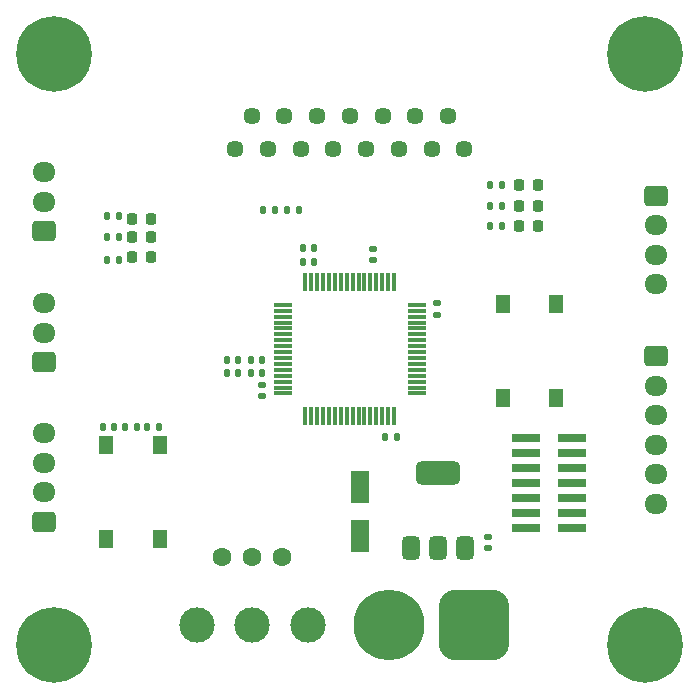
<source format=gbr>
%TF.GenerationSoftware,KiCad,Pcbnew,8.0.0*%
%TF.CreationDate,2024-10-22T21:16:36+02:00*%
%TF.ProjectId,ProjetCorps,50726f6a-6574-4436-9f72-70732e6b6963,rev?*%
%TF.SameCoordinates,Original*%
%TF.FileFunction,Soldermask,Top*%
%TF.FilePolarity,Negative*%
%FSLAX46Y46*%
G04 Gerber Fmt 4.6, Leading zero omitted, Abs format (unit mm)*
G04 Created by KiCad (PCBNEW 8.0.0) date 2024-10-22 21:16:36*
%MOMM*%
%LPD*%
G01*
G04 APERTURE LIST*
G04 Aperture macros list*
%AMRoundRect*
0 Rectangle with rounded corners*
0 $1 Rounding radius*
0 $2 $3 $4 $5 $6 $7 $8 $9 X,Y pos of 4 corners*
0 Add a 4 corners polygon primitive as box body*
4,1,4,$2,$3,$4,$5,$6,$7,$8,$9,$2,$3,0*
0 Add four circle primitives for the rounded corners*
1,1,$1+$1,$2,$3*
1,1,$1+$1,$4,$5*
1,1,$1+$1,$6,$7*
1,1,$1+$1,$8,$9*
0 Add four rect primitives between the rounded corners*
20,1,$1+$1,$2,$3,$4,$5,0*
20,1,$1+$1,$4,$5,$6,$7,0*
20,1,$1+$1,$6,$7,$8,$9,0*
20,1,$1+$1,$8,$9,$2,$3,0*%
G04 Aperture macros list end*
%ADD10RoundRect,0.375000X0.375000X-0.625000X0.375000X0.625000X-0.375000X0.625000X-0.375000X-0.625000X0*%
%ADD11RoundRect,0.500000X1.400000X-0.500000X1.400000X0.500000X-1.400000X0.500000X-1.400000X-0.500000X0*%
%ADD12RoundRect,0.140000X-0.140000X-0.170000X0.140000X-0.170000X0.140000X0.170000X-0.140000X0.170000X0*%
%ADD13RoundRect,0.140000X0.140000X0.170000X-0.140000X0.170000X-0.140000X-0.170000X0.140000X-0.170000X0*%
%ADD14RoundRect,0.135000X-0.135000X-0.185000X0.135000X-0.185000X0.135000X0.185000X-0.135000X0.185000X0*%
%ADD15RoundRect,0.140000X0.170000X-0.140000X0.170000X0.140000X-0.170000X0.140000X-0.170000X-0.140000X0*%
%ADD16RoundRect,0.140000X-0.170000X0.140000X-0.170000X-0.140000X0.170000X-0.140000X0.170000X0.140000X0*%
%ADD17RoundRect,0.218750X0.218750X0.256250X-0.218750X0.256250X-0.218750X-0.256250X0.218750X-0.256250X0*%
%ADD18R,2.400000X0.740000*%
%ADD19RoundRect,0.075000X-0.075000X0.700000X-0.075000X-0.700000X0.075000X-0.700000X0.075000X0.700000X0*%
%ADD20RoundRect,0.075000X-0.700000X0.075000X-0.700000X-0.075000X0.700000X-0.075000X0.700000X0.075000X0*%
%ADD21RoundRect,0.250000X-0.550000X1.137500X-0.550000X-1.137500X0.550000X-1.137500X0.550000X1.137500X0*%
%ADD22C,0.800000*%
%ADD23C,6.400000*%
%ADD24RoundRect,0.250000X0.725000X-0.600000X0.725000X0.600000X-0.725000X0.600000X-0.725000X-0.600000X0*%
%ADD25O,1.950000X1.700000*%
%ADD26RoundRect,0.250000X-0.725000X0.600000X-0.725000X-0.600000X0.725000X-0.600000X0.725000X0.600000X0*%
%ADD27R,1.300000X1.550000*%
%ADD28C,3.000000*%
%ADD29RoundRect,0.135000X0.135000X0.185000X-0.135000X0.185000X-0.135000X-0.185000X0.135000X-0.185000X0*%
%ADD30C,1.600000*%
%ADD31RoundRect,1.500000X1.500000X1.500000X-1.500000X1.500000X-1.500000X-1.500000X1.500000X-1.500000X0*%
%ADD32C,6.000000*%
%ADD33C,1.447800*%
G04 APERTURE END LIST*
D10*
%TO.C,U103*%
X75200000Y-86800000D03*
X77500000Y-86800000D03*
D11*
X77500000Y-80500000D03*
D10*
X79800000Y-86800000D03*
%TD*%
D12*
%TO.C,C4*%
X59620000Y-72000000D03*
X60580000Y-72000000D03*
%TD*%
D13*
%TO.C,C6*%
X60580000Y-70900000D03*
X59620000Y-70900000D03*
%TD*%
D12*
%TO.C,C101*%
X66020000Y-61400000D03*
X66980000Y-61400000D03*
%TD*%
D14*
%TO.C,R109*%
X49427500Y-58730000D03*
X50447500Y-58730000D03*
%TD*%
D12*
%TO.C,C5*%
X61620000Y-70900000D03*
X62580000Y-70900000D03*
%TD*%
D14*
%TO.C,R103*%
X81900000Y-56100000D03*
X82920000Y-56100000D03*
%TD*%
D15*
%TO.C,C1*%
X72000000Y-62480000D03*
X72000000Y-61520000D03*
%TD*%
D16*
%TO.C,C103*%
X77400000Y-66120000D03*
X77400000Y-67080000D03*
%TD*%
D17*
%TO.C,D102*%
X85947500Y-57850000D03*
X84372500Y-57850000D03*
%TD*%
D18*
%TO.C,J105*%
X88800000Y-85120000D03*
X84900000Y-85120000D03*
X88800000Y-83850000D03*
X84900000Y-83850000D03*
X88800000Y-82580000D03*
X84900000Y-82580000D03*
X88800000Y-81310000D03*
X84900000Y-81310000D03*
X88800000Y-80040000D03*
X84900000Y-80040000D03*
X88800000Y-78770000D03*
X84900000Y-78770000D03*
X88800000Y-77500000D03*
X84900000Y-77500000D03*
%TD*%
D15*
%TO.C,C104*%
X62600000Y-73980000D03*
X62600000Y-73020000D03*
%TD*%
D19*
%TO.C,U1*%
X73745000Y-64315000D03*
X73245000Y-64315000D03*
X72745000Y-64315000D03*
X72245000Y-64315000D03*
X71745000Y-64315000D03*
X71245000Y-64315000D03*
X70745000Y-64315000D03*
X70245000Y-64315000D03*
X69745000Y-64315000D03*
X69245000Y-64315000D03*
X68745000Y-64315000D03*
X68245000Y-64315000D03*
X67745000Y-64315000D03*
X67245000Y-64315000D03*
X66745000Y-64315000D03*
X66245000Y-64315000D03*
D20*
X64320000Y-66240000D03*
X64320000Y-66740000D03*
X64320000Y-67240000D03*
X64320000Y-67740000D03*
X64320000Y-68240000D03*
X64320000Y-68740000D03*
X64320000Y-69240000D03*
X64320000Y-69740000D03*
X64320000Y-70240000D03*
X64320000Y-70740000D03*
X64320000Y-71240000D03*
X64320000Y-71740000D03*
X64320000Y-72240000D03*
X64320000Y-72740000D03*
X64320000Y-73240000D03*
X64320000Y-73740000D03*
D19*
X66245000Y-75665000D03*
X66745000Y-75665000D03*
X67245000Y-75665000D03*
X67745000Y-75665000D03*
X68245000Y-75665000D03*
X68745000Y-75665000D03*
X69245000Y-75665000D03*
X69745000Y-75665000D03*
X70245000Y-75665000D03*
X70745000Y-75665000D03*
X71245000Y-75665000D03*
X71745000Y-75665000D03*
X72245000Y-75665000D03*
X72745000Y-75665000D03*
X73245000Y-75665000D03*
X73745000Y-75665000D03*
D20*
X75670000Y-73740000D03*
X75670000Y-73240000D03*
X75670000Y-72740000D03*
X75670000Y-72240000D03*
X75670000Y-71740000D03*
X75670000Y-71240000D03*
X75670000Y-70740000D03*
X75670000Y-70240000D03*
X75670000Y-69740000D03*
X75670000Y-69240000D03*
X75670000Y-68740000D03*
X75670000Y-68240000D03*
X75670000Y-67740000D03*
X75670000Y-67240000D03*
X75670000Y-66740000D03*
X75670000Y-66240000D03*
%TD*%
D21*
%TO.C,C107*%
X70900000Y-81675000D03*
X70900000Y-85800000D03*
%TD*%
D22*
%TO.C,H102*%
X92600000Y-45000000D03*
X93302944Y-43302944D03*
X93302944Y-46697056D03*
X95000000Y-42600000D03*
D23*
X95000000Y-45000000D03*
D22*
X95000000Y-47400000D03*
X96697056Y-43302944D03*
X96697056Y-46697056D03*
X97400000Y-45000000D03*
%TD*%
D15*
%TO.C,C106*%
X81700000Y-86830000D03*
X81700000Y-85870000D03*
%TD*%
D17*
%TO.C,D105*%
X53175000Y-60500000D03*
X51600000Y-60500000D03*
%TD*%
D22*
%TO.C,H103*%
X42600000Y-95000000D03*
X43302944Y-93302944D03*
X43302944Y-96697056D03*
X45000000Y-92600000D03*
D23*
X45000000Y-95000000D03*
D22*
X45000000Y-97400000D03*
X46697056Y-93302944D03*
X46697056Y-96697056D03*
X47400000Y-95000000D03*
%TD*%
D17*
%TO.C,D101*%
X85947500Y-56100000D03*
X84372500Y-56100000D03*
%TD*%
D14*
%TO.C,R105*%
X81900000Y-59600000D03*
X82920000Y-59600000D03*
%TD*%
D24*
%TO.C,J103*%
X44100000Y-71100000D03*
D25*
X44100000Y-68600000D03*
X44100000Y-66100000D03*
%TD*%
D26*
%TO.C,J1*%
X95900000Y-57000000D03*
D25*
X95900000Y-59500000D03*
X95900000Y-62000000D03*
X95900000Y-64500000D03*
%TD*%
D27*
%TO.C,SW1*%
X82955000Y-74145000D03*
X82955000Y-66195000D03*
X87455000Y-74145000D03*
X87455000Y-66195000D03*
%TD*%
D22*
%TO.C,H101*%
X42600000Y-45000000D03*
X43302944Y-43302944D03*
X43302944Y-46697056D03*
X45000000Y-42600000D03*
D23*
X45000000Y-45000000D03*
D22*
X45000000Y-47400000D03*
X46697056Y-43302944D03*
X46697056Y-46697056D03*
X47400000Y-45000000D03*
%TD*%
D28*
%TO.C,SW101*%
X57050000Y-93350000D03*
X61750000Y-93350000D03*
X66450000Y-93350000D03*
%TD*%
D17*
%TO.C,D104*%
X53175000Y-62180000D03*
X51600000Y-62180000D03*
%TD*%
D29*
%TO.C,R801*%
X52000000Y-76575000D03*
X50980000Y-76575000D03*
%TD*%
D13*
%TO.C,C801*%
X50050000Y-76575000D03*
X49090000Y-76575000D03*
%TD*%
D30*
%TO.C,U104*%
X59210000Y-87600000D03*
X61750000Y-87600000D03*
X64290000Y-87600000D03*
%TD*%
D17*
%TO.C,D106*%
X53175000Y-59000000D03*
X51600000Y-59000000D03*
%TD*%
D14*
%TO.C,R108*%
X49427500Y-60480000D03*
X50447500Y-60480000D03*
%TD*%
D29*
%TO.C,R802*%
X53890000Y-76575000D03*
X52870000Y-76575000D03*
%TD*%
D17*
%TO.C,D103*%
X85947500Y-59600000D03*
X84372500Y-59600000D03*
%TD*%
D14*
%TO.C,R107*%
X49427500Y-62430000D03*
X50447500Y-62430000D03*
%TD*%
D12*
%TO.C,C2*%
X66020000Y-62600000D03*
X66980000Y-62600000D03*
%TD*%
D13*
%TO.C,C3*%
X62580000Y-72000000D03*
X61620000Y-72000000D03*
%TD*%
D31*
%TO.C,J101*%
X80525000Y-93350000D03*
D32*
X73325000Y-93350000D03*
%TD*%
D27*
%TO.C,SW801*%
X53900000Y-78100000D03*
X53900000Y-86050000D03*
X49400000Y-78100000D03*
X49400000Y-86050000D03*
%TD*%
D24*
%TO.C,J3*%
X44100000Y-84600000D03*
D25*
X44100000Y-82100000D03*
X44100000Y-79600000D03*
X44100000Y-77100000D03*
%TD*%
D26*
%TO.C,J2*%
X95900000Y-70600000D03*
D25*
X95900000Y-73100000D03*
X95900000Y-75600000D03*
X95900000Y-78100000D03*
X95900000Y-80600000D03*
X95900000Y-83100000D03*
%TD*%
D13*
%TO.C,C102*%
X73980000Y-77400000D03*
X73020000Y-77400000D03*
%TD*%
D14*
%TO.C,R104*%
X81900000Y-57850000D03*
X82920000Y-57850000D03*
%TD*%
D29*
%TO.C,R102*%
X65710000Y-58200000D03*
X64690000Y-58200000D03*
%TD*%
D22*
%TO.C,H104*%
X92600000Y-95000000D03*
X93302944Y-93302944D03*
X93302944Y-96697056D03*
X95000000Y-92600000D03*
D23*
X95000000Y-95000000D03*
D22*
X95000000Y-97400000D03*
X96697056Y-93302944D03*
X96697056Y-96697056D03*
X97400000Y-95000000D03*
%TD*%
D33*
%TO.C,J104*%
X60315002Y-53059999D03*
X63085001Y-53059999D03*
X65855001Y-53059999D03*
X68625001Y-53059999D03*
X71395000Y-53059999D03*
X74165000Y-53059999D03*
X76934999Y-53059999D03*
X79704999Y-53059999D03*
X61700000Y-50220000D03*
X64470000Y-50220000D03*
X67239999Y-50220000D03*
X70009999Y-50220000D03*
X72779999Y-50220000D03*
X75549998Y-50220000D03*
X78319998Y-50220000D03*
%TD*%
D14*
%TO.C,R101*%
X62690000Y-58200000D03*
X63710000Y-58200000D03*
%TD*%
D24*
%TO.C,J102*%
X44100000Y-60000000D03*
D25*
X44100000Y-57500000D03*
X44100000Y-55000000D03*
%TD*%
M02*

</source>
